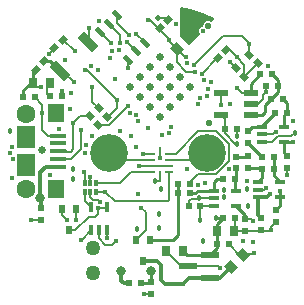
<source format=gbl>
%FSLAX24Y24*%
%MOIN*%
G70*
G01*
G75*
G04 Layer_Physical_Order=6*
G04 Layer_Color=16711680*
G04:AMPARAMS|DCode=10|XSize=23.6mil|YSize=43.3mil|CornerRadius=0mil|HoleSize=0mil|Usage=FLASHONLY|Rotation=225.000|XOffset=0mil|YOffset=0mil|HoleType=Round|Shape=Rectangle|*
%AMROTATEDRECTD10*
4,1,4,-0.0070,0.0237,0.0237,-0.0070,0.0070,-0.0237,-0.0237,0.0070,-0.0070,0.0237,0.0*
%
%ADD10ROTATEDRECTD10*%

G04:AMPARAMS|DCode=11|XSize=55.1mil|YSize=45.3mil|CornerRadius=0mil|HoleSize=0mil|Usage=FLASHONLY|Rotation=135.000|XOffset=0mil|YOffset=0mil|HoleType=Round|Shape=Rectangle|*
%AMROTATEDRECTD11*
4,1,4,0.0355,-0.0035,0.0035,-0.0355,-0.0355,0.0035,-0.0035,0.0355,0.0355,-0.0035,0.0*
%
%ADD11ROTATEDRECTD11*%

%ADD12R,0.0236X0.0197*%
%ADD13R,0.0197X0.0236*%
%ADD14R,0.0276X0.0354*%
G04:AMPARAMS|DCode=15|XSize=19.7mil|YSize=23.6mil|CornerRadius=0mil|HoleSize=0mil|Usage=FLASHONLY|Rotation=315.000|XOffset=0mil|YOffset=0mil|HoleType=Round|Shape=Rectangle|*
%AMROTATEDRECTD15*
4,1,4,-0.0153,-0.0014,0.0014,0.0153,0.0153,0.0014,-0.0014,-0.0153,-0.0153,-0.0014,0.0*
%
%ADD15ROTATEDRECTD15*%

G04:AMPARAMS|DCode=16|XSize=22mil|YSize=25.5mil|CornerRadius=0mil|HoleSize=0mil|Usage=FLASHONLY|Rotation=225.000|XOffset=0mil|YOffset=0mil|HoleType=Round|Shape=Rectangle|*
%AMROTATEDRECTD16*
4,1,4,-0.0012,0.0168,0.0168,-0.0012,0.0012,-0.0168,-0.0168,0.0012,-0.0012,0.0168,0.0*
%
%ADD16ROTATEDRECTD16*%

G04:AMPARAMS|DCode=17|XSize=19.7mil|YSize=23.6mil|CornerRadius=0mil|HoleSize=0mil|Usage=FLASHONLY|Rotation=45.000|XOffset=0mil|YOffset=0mil|HoleType=Round|Shape=Rectangle|*
%AMROTATEDRECTD17*
4,1,4,0.0014,-0.0153,-0.0153,0.0014,-0.0014,0.0153,0.0153,-0.0014,0.0014,-0.0153,0.0*
%
%ADD17ROTATEDRECTD17*%

G04:AMPARAMS|DCode=18|XSize=9.8mil|YSize=31.5mil|CornerRadius=0mil|HoleSize=0mil|Usage=FLASHONLY|Rotation=135.000|XOffset=0mil|YOffset=0mil|HoleType=Round|Shape=Round|*
%AMOVALD18*
21,1,0.0217,0.0098,0.0000,0.0000,225.0*
1,1,0.0098,0.0077,0.0077*
1,1,0.0098,-0.0077,-0.0077*
%
%ADD18OVALD18*%

G04:AMPARAMS|DCode=19|XSize=9.8mil|YSize=31.5mil|CornerRadius=0mil|HoleSize=0mil|Usage=FLASHONLY|Rotation=45.000|XOffset=0mil|YOffset=0mil|HoleType=Round|Shape=Round|*
%AMOVALD19*
21,1,0.0217,0.0098,0.0000,0.0000,135.0*
1,1,0.0098,0.0077,-0.0077*
1,1,0.0098,-0.0077,0.0077*
%
%ADD19OVALD19*%

G04:AMPARAMS|DCode=20|XSize=185mil|YSize=212.6mil|CornerRadius=0mil|HoleSize=0mil|Usage=FLASHONLY|Rotation=45.000|XOffset=0mil|YOffset=0mil|HoleType=Round|Shape=Rectangle|*
%AMROTATEDRECTD20*
4,1,4,0.0097,-0.1406,-0.1406,0.0097,-0.0097,0.1406,0.1406,-0.0097,0.0097,-0.1406,0.0*
%
%ADD20ROTATEDRECTD20*%

%ADD21R,0.0394X0.0217*%
%ADD22R,0.0315X0.0354*%
%ADD23R,0.0512X0.0217*%
%ADD24R,0.0276X0.0591*%
%ADD25R,0.0394X0.0315*%
%ADD26R,0.0136X0.0201*%
%ADD27R,0.0201X0.0136*%
G04:AMPARAMS|DCode=28|XSize=13.8mil|YSize=39.4mil|CornerRadius=0mil|HoleSize=0mil|Usage=FLASHONLY|Rotation=45.000|XOffset=0mil|YOffset=0mil|HoleType=Round|Shape=Rectangle|*
%AMROTATEDRECTD28*
4,1,4,0.0090,-0.0188,-0.0188,0.0090,-0.0090,0.0188,0.0188,-0.0090,0.0090,-0.0188,0.0*
%
%ADD28ROTATEDRECTD28*%

%ADD29O,0.0256X0.0098*%
%ADD30O,0.0098X0.0256*%
%ADD31R,0.0709X0.0709*%
%ADD32O,0.0866X0.0236*%
%ADD33R,0.1024X0.0591*%
%ADD34R,0.0157X0.0157*%
%ADD35C,0.0120*%
%ADD36C,0.0080*%
%ADD37C,0.0060*%
%ADD38C,0.0100*%
%ADD39C,0.1260*%
%ADD40C,0.0630*%
%ADD41C,0.0160*%
%ADD42C,0.0500*%
%ADD43C,0.0180*%
%ADD44C,0.0320*%
%ADD45C,0.0200*%
%ADD46C,0.0260*%
%ADD47C,0.0220*%
%ADD48R,0.0335X0.0157*%
%ADD49R,0.0157X0.0335*%
G04:AMPARAMS|DCode=50|XSize=35.4mil|YSize=31.5mil|CornerRadius=0mil|HoleSize=0mil|Usage=FLASHONLY|Rotation=135.000|XOffset=0mil|YOffset=0mil|HoleType=Round|Shape=Rectangle|*
%AMROTATEDRECTD50*
4,1,4,0.0237,-0.0014,0.0014,-0.0237,-0.0237,0.0014,-0.0014,0.0237,0.0237,-0.0014,0.0*
%
%ADD50ROTATEDRECTD50*%

%ADD51R,0.0220X0.0255*%
%ADD52O,0.0276X0.0098*%
%ADD53O,0.0098X0.0276*%
%ADD54R,0.0118X0.0193*%
%ADD55R,0.0118X0.0209*%
%ADD56R,0.0591X0.0236*%
G04:AMPARAMS|DCode=57|XSize=31.5mil|YSize=66.9mil|CornerRadius=0mil|HoleSize=0mil|Usage=FLASHONLY|Rotation=225.000|XOffset=0mil|YOffset=0mil|HoleType=Round|Shape=Rectangle|*
%AMROTATEDRECTD57*
4,1,4,-0.0125,0.0348,0.0348,-0.0125,0.0125,-0.0348,-0.0348,0.0125,-0.0125,0.0348,0.0*
%
%ADD57ROTATEDRECTD57*%

%ADD58R,0.0551X0.0630*%
%ADD59R,0.0630X0.0748*%
%ADD60R,0.0532X0.0157*%
G04:AMPARAMS|DCode=61|XSize=15.4mil|YSize=36.2mil|CornerRadius=0mil|HoleSize=0mil|Usage=FLASHONLY|Rotation=45.000|XOffset=0mil|YOffset=0mil|HoleType=Round|Shape=Rectangle|*
%AMROTATEDRECTD61*
4,1,4,0.0074,-0.0182,-0.0182,0.0074,-0.0074,0.0182,0.0182,-0.0074,0.0074,-0.0182,0.0*
%
%ADD61ROTATEDRECTD61*%

G36*
X6268Y9733D02*
X6676Y9604D01*
X7057Y9446D01*
X7067Y9397D01*
X6973Y9303D01*
X6932Y9331D01*
X6870Y9343D01*
X6808Y9331D01*
X6755Y9295D01*
X6719Y9242D01*
X6707Y9180D01*
X6707Y9180D01*
X6707Y9180D01*
X6690Y9143D01*
X6639Y9132D01*
X6596Y9104D01*
X6568Y9061D01*
X6557Y9010D01*
X6568Y8959D01*
X6592Y8922D01*
X6220Y8550D01*
X5920Y8850D01*
Y9197D01*
X5922Y9201D01*
X5933Y9252D01*
X5922Y9302D01*
X5920Y9306D01*
Y9770D01*
X5959Y9801D01*
X6268Y9733D01*
D02*
G37*
D12*
X7757Y2770D02*
D03*
X7363D02*
D03*
X6247Y3590D02*
D03*
X5853D02*
D03*
X8663Y4810D02*
D03*
X9057D02*
D03*
X1583Y6830D02*
D03*
X1977D02*
D03*
X703Y6790D02*
D03*
X1097D02*
D03*
X7744Y4080D02*
D03*
X7350D02*
D03*
X6607Y3160D02*
D03*
X6213D02*
D03*
X9047Y4390D02*
D03*
X8653D02*
D03*
X9477Y6280D02*
D03*
X9083D02*
D03*
X7153Y1890D02*
D03*
X7547D02*
D03*
X6247Y3920D02*
D03*
X5853D02*
D03*
X4223Y600D02*
D03*
X4617D02*
D03*
X8953Y6730D02*
D03*
X9347D02*
D03*
X7423Y5730D02*
D03*
X7817D02*
D03*
X8997Y7560D02*
D03*
X8603D02*
D03*
X9187Y7180D02*
D03*
X8793D02*
D03*
D13*
X1300Y3097D02*
D03*
Y2703D02*
D03*
X8200Y5677D02*
D03*
Y5283D02*
D03*
X8090Y2747D02*
D03*
Y2353D02*
D03*
X8640Y2757D02*
D03*
Y2363D02*
D03*
X9110Y3037D02*
D03*
Y2643D02*
D03*
X9490Y4837D02*
D03*
Y4443D02*
D03*
X7790Y4817D02*
D03*
Y4423D02*
D03*
X8190Y4433D02*
D03*
Y4827D02*
D03*
X4960Y627D02*
D03*
Y233D02*
D03*
D14*
X1605Y7270D02*
D03*
X1015D02*
D03*
D15*
X5529Y9369D02*
D03*
X5251Y9091D02*
D03*
X2019Y8719D02*
D03*
X1741Y8441D02*
D03*
X7460Y8373D02*
D03*
X7182Y8094D02*
D03*
X1389Y7999D02*
D03*
X1111Y7721D02*
D03*
D17*
X8240Y8206D02*
D03*
X8518Y7927D02*
D03*
X7794Y7760D02*
D03*
X8073Y7482D02*
D03*
X2911Y6159D02*
D03*
X3189Y5881D02*
D03*
X3211Y6429D02*
D03*
X3489Y6151D02*
D03*
D22*
X5464Y1670D02*
D03*
X6016D02*
D03*
X7726Y2330D02*
D03*
X7174D02*
D03*
D23*
X7308Y6944D02*
D03*
Y6196D02*
D03*
X8292D02*
D03*
Y6570D02*
D03*
Y6944D02*
D03*
D35*
X5420Y580D02*
X6020D01*
X5300Y700D02*
X5420Y580D01*
X5300Y700D02*
Y1200D01*
X5163Y1337D02*
X5300Y1200D01*
X4690Y1337D02*
X5163D01*
X6020Y580D02*
X6226Y786D01*
X6924D01*
X7266D02*
X7625Y1145D01*
X6924Y786D02*
X7266D01*
X8814Y3464D02*
X8930Y3580D01*
X8516Y3464D02*
X8814D01*
X8516Y2881D02*
X8640Y2757D01*
X8516Y2881D02*
Y3464D01*
X4050Y600D02*
X4223D01*
X3970Y680D02*
X4050Y600D01*
X3970Y680D02*
Y1000D01*
X1300Y3097D02*
Y3400D01*
X1270Y3430D02*
Y4290D01*
X1468Y4488D01*
X1853D01*
X8200Y5273D02*
X8663Y4810D01*
X8200Y5273D02*
Y5283D01*
D36*
X1550Y8250D02*
X1741Y8441D01*
X7770Y5250D02*
X7820D01*
X7423Y5597D02*
X7770Y5250D01*
X7200Y1160D02*
X7250Y1110D01*
X6176Y1160D02*
X7200D01*
X4723Y233D02*
X4960D01*
X9640Y5490D02*
X9750Y5600D01*
X9180Y5490D02*
X9640D01*
X8994Y5304D02*
X9180Y5490D01*
X8656Y5304D02*
X8994D01*
X2620Y2050D02*
X2648D01*
X2974Y2376D01*
X8385Y1585D02*
X8390Y1590D01*
X8105Y1585D02*
X8385D01*
X3090Y2810D02*
X3200Y2920D01*
Y3100D01*
X3462D01*
X3472Y3110D01*
X8630Y2353D02*
X8943D01*
X6607Y2703D02*
Y3127D01*
X6654Y3174D02*
X7056D01*
X6607Y3127D02*
X6654Y3174D01*
X7423Y5597D02*
Y5730D01*
Y6081D01*
X7308Y6196D02*
X7423Y6081D01*
X5575Y3385D02*
Y4315D01*
X3750Y3340D02*
X5530D01*
X5575Y3385D01*
Y4708D02*
X6592D01*
X6834Y4950D01*
X5974Y1160D02*
X6176D01*
X5464Y1670D02*
X5974Y1160D01*
X960Y2700D02*
X1297D01*
X5207Y9427D02*
X5472D01*
X5529Y9369D01*
X7547Y1890D02*
X7940Y1497D01*
X8021D01*
X7726Y2330D02*
X8067D01*
X8090Y2353D01*
X8630D01*
X8640Y2363D01*
X8950Y2360D02*
Y2483D01*
X9110Y2643D01*
X8292Y6570D02*
X8302Y6560D01*
X8073Y7482D02*
X8073D01*
X8302Y6560D02*
X8510D01*
X8073Y7482D02*
Y7887D01*
X7810Y8150D02*
X8073Y7887D01*
X8073Y7482D02*
X8518Y7927D01*
X7460Y8373D02*
X7587D01*
X7810Y8150D01*
X8516Y3720D02*
X8730D01*
X8780Y3770D01*
X8656Y5560D02*
X9020D01*
X9110Y5650D01*
X9490Y4210D02*
Y4443D01*
X8510Y6560D02*
X8690Y6740D01*
Y6860D01*
X8793Y6963D02*
Y7180D01*
X2437Y2357D02*
X2890Y2810D01*
X3090D01*
X2230Y2357D02*
X2437D01*
X3440Y3650D02*
X3750Y3340D01*
X5815Y7965D02*
Y8415D01*
Y7965D02*
X6136Y7644D01*
X6440D01*
X5550Y8703D02*
Y8752D01*
Y8680D02*
Y8703D01*
X6080Y8150D02*
X6111D01*
X5815Y8415D02*
X6080Y8150D01*
X5550Y8680D02*
X5815Y8415D01*
X5331Y8971D02*
X5550Y8752D01*
X4942Y9360D02*
X5331Y8971D01*
X4850Y9360D02*
X4942D01*
X4550Y4520D02*
X4937D01*
X1985Y2875D02*
X2170Y2690D01*
X1985Y2875D02*
Y3063D01*
X3137Y3650D02*
X3440D01*
X2743Y3938D02*
Y4317D01*
X2740Y4320D02*
X2743Y4317D01*
X2370Y5950D02*
X2579Y6159D01*
X2911D01*
X3808Y4708D02*
X4945D01*
X3566Y4950D02*
X3808Y4708D01*
X4945Y4512D02*
X5575D01*
X4294Y4315D02*
X4945D01*
X3137Y3938D02*
X3917D01*
X4294Y4315D01*
X2743Y3355D02*
Y3642D01*
Y3355D02*
X2974Y3124D01*
X2940Y3938D02*
Y4140D01*
X2620Y5060D02*
Y5690D01*
X2304Y4744D02*
X2620Y5060D01*
X2370Y5065D02*
Y5950D01*
X2293Y4987D02*
X2370Y5065D01*
X2173Y4987D02*
X2293D01*
X2160Y5000D02*
X2173Y4987D01*
X1853Y5000D02*
X2160D01*
X1853Y4744D02*
X2304D01*
D37*
X3640Y8590D02*
Y8603D01*
X3272Y8971D02*
X3640Y8603D01*
X1927Y7677D02*
X2005D01*
X2382Y7300D01*
X1135Y7150D02*
X1300D01*
X2041Y8719D02*
X2410Y8350D01*
X3230Y2090D02*
X3435Y1885D01*
X3655D02*
X3780Y2010D01*
X3435Y1885D02*
X3655D01*
X3230Y2090D02*
Y2376D01*
X7726Y2330D02*
X7757Y2361D01*
Y2770D01*
X3486Y2094D02*
Y2376D01*
X4640Y3120D02*
X4780Y2980D01*
Y2378D02*
Y2980D01*
X4445Y2043D02*
X4780Y2378D01*
X6542Y3412D02*
X6560Y3430D01*
X6282Y3412D02*
X6542D01*
X6213Y3343D02*
X6282Y3412D01*
X6213Y3160D02*
Y3343D01*
X6560Y3430D02*
X7056D01*
X5785Y4905D02*
X6540Y5660D01*
X6247Y3920D02*
Y3967D01*
X6520Y4240D01*
X7128D01*
X7544Y4656D01*
Y5244D01*
X7128Y5660D02*
X7544Y5244D01*
X6540Y5660D02*
X7128D01*
X5575Y4905D02*
X5785D01*
X7817Y5503D02*
Y5730D01*
X5080Y4010D02*
X5250D01*
X5260Y4020D01*
Y4216D01*
X3020Y3380D02*
X3190D01*
X2940Y3460D02*
X3020Y3380D01*
X3190D02*
X3250Y3320D01*
X1340Y5700D02*
Y6270D01*
Y5700D02*
X1528Y5512D01*
X2940Y3460D02*
Y3642D01*
X1528Y5512D02*
X1853D01*
X4695Y4905D02*
X4945D01*
X1340Y6270D02*
Y6547D01*
X1097Y6790D02*
X1340Y6547D01*
X3000Y6640D02*
Y7140D01*
Y6640D02*
X3211Y6429D01*
X4180Y7780D02*
X4191Y7791D01*
Y8052D01*
X8690Y6860D02*
X8793Y6963D01*
X8283Y2747D02*
X8360Y2670D01*
X8090Y2747D02*
X8283D01*
X2890Y8580D02*
Y9120D01*
X7308Y6538D02*
Y6944D01*
X1977Y6830D02*
Y7017D01*
X7830Y7090D02*
X7976Y6944D01*
X8292D01*
X5260Y4780D02*
Y5004D01*
X2475Y2705D02*
Y3063D01*
X2470Y2710D02*
X2475Y2705D01*
X3189Y5881D02*
X3551D01*
X4178Y6508D01*
X1505Y6908D02*
X1583Y6830D01*
X1505Y6908D02*
Y7240D01*
X2836Y7710D02*
X3836Y6710D01*
X2750Y7710D02*
X2836D01*
X7590Y7965D02*
X7794Y7760D01*
X7794D01*
X6654Y7580D02*
X7169Y8094D01*
X7182D01*
X6380Y7862D02*
X7358Y8840D01*
X3836Y6444D02*
Y6710D01*
X3501Y6109D02*
X3836Y6444D01*
X4454Y8920D02*
X4748Y8627D01*
X4170Y8648D02*
X4469Y8348D01*
X3829Y9267D02*
X4230Y8866D01*
X3829Y9267D02*
Y9528D01*
X3929Y8610D02*
Y8871D01*
X3551Y9249D02*
X3929Y8871D01*
X7358Y8840D02*
X7980D01*
X8055Y8765D01*
X8230Y8590D01*
Y8560D02*
Y8590D01*
Y8215D02*
Y8560D01*
D38*
X1015Y7270D02*
Y7625D01*
X1111Y7721D01*
X7110Y2770D02*
X7363D01*
X7174Y2581D02*
X7363Y2770D01*
X7174Y2330D02*
Y2581D01*
X4620Y603D02*
X4970D01*
X4617Y600D02*
X4620D01*
X4970Y603D02*
Y1000D01*
X6247Y3590D02*
X6430D01*
X6526Y3686D01*
X7056D01*
X7153Y4080D02*
X7350D01*
X7056Y3983D02*
X7153Y4080D01*
X7056Y3686D02*
Y3983D01*
X7744Y3746D02*
Y4080D01*
X7790Y4126D02*
Y4423D01*
X7744Y4080D02*
X7790Y4126D01*
X5683Y2043D02*
X5843Y2203D01*
Y3410D01*
Y3910D01*
X1389Y7999D02*
X1604D01*
X1927Y7677D01*
X703Y7028D02*
X915Y7240D01*
X703Y6790D02*
Y7028D01*
X6016Y1670D02*
X6152Y1534D01*
X6924D01*
X8090Y2747D02*
Y2888D01*
X7804Y3174D02*
X8090Y2888D01*
X7790Y4817D02*
X8180D01*
X8190Y4827D01*
Y4433D02*
X8610D01*
X8653Y4390D01*
X8516Y3976D02*
X8653Y4113D01*
Y4390D01*
X8339Y5816D02*
X8656D01*
X8200Y5677D02*
X8339Y5816D01*
X9047Y4390D02*
X9057Y4400D01*
Y4810D01*
X9047Y4193D02*
X9264Y3976D01*
X9047Y4193D02*
Y4390D01*
X9264Y3191D02*
Y3464D01*
X9110Y3037D02*
X9264Y3191D01*
X9404Y5816D02*
Y6207D01*
X9477Y6280D01*
Y6600D01*
X9347Y6730D02*
X9477Y6600D01*
X8656Y5853D02*
X9083Y6280D01*
X8656Y5816D02*
Y5853D01*
X8953Y6730D02*
X9187Y6964D01*
Y7180D01*
Y7370D01*
X8997Y7560D02*
X9187Y7370D01*
X8292Y7249D02*
X8603Y7560D01*
X8292Y6944D02*
Y7249D01*
X8750Y6527D02*
X8953Y6730D01*
X8750Y6300D02*
Y6527D01*
X8646Y6196D02*
X8750Y6300D01*
X8292Y6196D02*
X8646D01*
X9404Y4923D02*
Y5304D01*
Y4923D02*
X9490Y4837D01*
X9264Y3464D02*
Y3676D01*
X9404Y5304D02*
X9696D01*
X7153Y1763D02*
Y1890D01*
X6924Y1534D02*
X7153Y1763D01*
X4935Y2043D02*
X5683D01*
X7174Y1911D02*
Y2330D01*
X7153Y1890D02*
X7174Y1911D01*
D39*
X3566Y4950D02*
D03*
X6834D02*
D03*
D40*
X800Y3750D02*
D03*
Y6250D02*
D03*
D41*
X3640Y8590D02*
D03*
X3650Y8328D02*
D03*
X3604Y8100D02*
D03*
X6950Y7319D02*
D03*
X6733Y7380D02*
D03*
X2293Y6940D02*
D03*
X2382Y7300D02*
D03*
X2260Y6420D02*
D03*
X1300Y7150D02*
D03*
X1550Y8250D02*
D03*
X7550Y4390D02*
D03*
X4723Y233D02*
D03*
X6020Y580D02*
D03*
X8930Y3580D02*
D03*
X6813Y6840D02*
D03*
X3780Y2010D02*
D03*
X2620Y2050D02*
D03*
X8390Y1590D02*
D03*
X3486Y2094D02*
D03*
X4450Y5150D02*
D03*
X4640Y3120D02*
D03*
X6160Y4420D02*
D03*
X4860Y5770D02*
D03*
X5616Y5810D02*
D03*
X5320Y5549D02*
D03*
X5550Y5597D02*
D03*
X3200Y3100D02*
D03*
X6510Y3870D02*
D03*
X8170Y4010D02*
D03*
X8360Y1980D02*
D03*
X8040Y1990D02*
D03*
X7250Y1110D02*
D03*
X6750Y3940D02*
D03*
X4510Y3560D02*
D03*
X960Y2700D02*
D03*
X3250Y3320D02*
D03*
X4695Y4905D02*
D03*
X3940Y5670D02*
D03*
X1340Y6270D02*
D03*
X3000Y7140D02*
D03*
X3220Y9330D02*
D03*
X4180Y7780D02*
D03*
X5800Y9252D02*
D03*
X8950Y2360D02*
D03*
X6690Y9010D02*
D03*
X7810Y8150D02*
D03*
X8780Y3770D02*
D03*
X9490Y4210D02*
D03*
X9110Y5650D02*
D03*
X9680Y6000D02*
D03*
X8793Y6963D02*
D03*
X8850Y7850D02*
D03*
X8360Y2670D02*
D03*
X6220Y9560D02*
D03*
X5990Y9050D02*
D03*
X6000Y9710D02*
D03*
X6871Y7060D02*
D03*
X6594Y6780D02*
D03*
X6536Y6560D02*
D03*
X2890Y9120D02*
D03*
X7308Y6538D02*
D03*
X6111Y8150D02*
D03*
X5550Y8703D02*
D03*
X8230Y8560D02*
D03*
X7590Y6560D02*
D03*
X1977Y7017D02*
D03*
X7830Y7090D02*
D03*
X5260Y4780D02*
D03*
X4550Y4520D02*
D03*
X2170Y2690D02*
D03*
X2470Y2710D02*
D03*
X2740Y4320D02*
D03*
X3440Y3650D02*
D03*
X4286Y5490D02*
D03*
X4178Y6508D02*
D03*
X4250Y6289D02*
D03*
X2970Y7830D02*
D03*
X1605Y4215D02*
D03*
X4470Y6220D02*
D03*
X4520Y6002D02*
D03*
X355Y4735D02*
D03*
X3000Y5510D02*
D03*
X2800Y5210D02*
D03*
X2750Y4930D02*
D03*
X3880Y8380D02*
D03*
X3179Y7690D02*
D03*
X3750Y7400D02*
D03*
X248Y4932D02*
D03*
X332Y5128D02*
D03*
X333Y4093D02*
D03*
X2080Y8033D02*
D03*
X2410Y8350D02*
D03*
X2750Y7710D02*
D03*
X1880Y5740D02*
D03*
X7590Y7965D02*
D03*
X6654Y7580D02*
D03*
X6170Y7930D02*
D03*
X6380Y7862D02*
D03*
X4850Y9360D02*
D03*
X3836Y6710D02*
D03*
X2940Y4140D02*
D03*
X2370Y5950D02*
D03*
X2620Y5690D02*
D03*
X6440Y7644D02*
D03*
X9264Y3676D02*
D03*
X9696Y5304D02*
D03*
X4454Y8920D02*
D03*
X4170Y8648D02*
D03*
X4230Y8866D02*
D03*
X3929Y8610D02*
D03*
D42*
X3040Y1770D02*
D03*
Y950D02*
D03*
D43*
X270Y5670D02*
D03*
X7820Y5250D02*
D03*
X9750Y5600D02*
D03*
X7110Y2770D02*
D03*
X8206Y3156D02*
D03*
X8163Y3747D02*
D03*
X7400Y3460D02*
D03*
X7390Y3700D02*
D03*
X2360Y4400D02*
D03*
X2370Y4080D02*
D03*
X6607Y2703D02*
D03*
X6560Y3430D02*
D03*
X6690Y2010D02*
D03*
X4500Y2410D02*
D03*
X7817Y5503D02*
D03*
X5230Y2430D02*
D03*
Y2910D02*
D03*
X5300Y3750D02*
D03*
X5080Y4010D02*
D03*
D44*
X4970Y1000D02*
D03*
X3970D02*
D03*
X1270Y3430D02*
D03*
D45*
X5207Y9427D02*
D03*
D46*
X4248Y7150D02*
D03*
X4582Y7484D02*
D03*
X4916Y7818D02*
D03*
X5250Y8152D02*
D03*
X4582Y6816D02*
D03*
X4916Y7150D02*
D03*
X5250Y7484D02*
D03*
X5584Y7818D02*
D03*
X4916Y6482D02*
D03*
X5250Y6816D02*
D03*
X5918Y7484D02*
D03*
X5250Y6148D02*
D03*
X5584Y6482D02*
D03*
X5918Y6816D02*
D03*
X6252Y7150D02*
D03*
X1310Y5030D02*
D03*
X5584Y7150D02*
D03*
D47*
X6902Y5942D02*
D03*
X6870Y9180D02*
D03*
D48*
X9404Y5304D02*
D03*
Y5816D02*
D03*
X8656D02*
D03*
Y5560D02*
D03*
Y5304D02*
D03*
X9264Y3464D02*
D03*
Y3976D02*
D03*
X8516D02*
D03*
Y3720D02*
D03*
Y3464D02*
D03*
X7804Y3174D02*
D03*
Y3686D02*
D03*
X7056D02*
D03*
Y3430D02*
D03*
Y3174D02*
D03*
D49*
X3486Y3124D02*
D03*
X2974D02*
D03*
Y2376D02*
D03*
X3230D02*
D03*
X3486D02*
D03*
D50*
X5815Y8415D02*
D03*
X6205Y8805D02*
D03*
X8015Y1535D02*
D03*
X7625Y1145D02*
D03*
D51*
X2230Y2357D02*
D03*
X2475Y3063D02*
D03*
X1985D02*
D03*
X4445Y2043D02*
D03*
X4935D02*
D03*
X4690Y1337D02*
D03*
D52*
X4945Y4315D02*
D03*
Y4512D02*
D03*
Y4708D02*
D03*
Y4905D02*
D03*
X5575D02*
D03*
Y4708D02*
D03*
Y4512D02*
D03*
Y4315D02*
D03*
D53*
X5260Y5004D02*
D03*
Y4216D02*
D03*
D54*
X3137Y3938D02*
D03*
X2940D02*
D03*
X2743D02*
D03*
Y3642D02*
D03*
X2940D02*
D03*
D55*
X3137Y3650D02*
D03*
D56*
X6924Y1534D02*
D03*
Y786D02*
D03*
X6176Y1160D02*
D03*
D57*
X1927Y7677D02*
D03*
X2873Y8623D02*
D03*
D58*
X1784Y3740D02*
D03*
Y6260D02*
D03*
D59*
X800Y4528D02*
D03*
Y5472D02*
D03*
D60*
X1853Y5000D02*
D03*
Y5256D02*
D03*
Y5512D02*
D03*
Y4744D02*
D03*
Y4488D02*
D03*
D61*
X3829Y9528D02*
D03*
X3551Y9249D02*
D03*
X3272Y8971D02*
D03*
X4748Y8609D02*
D03*
X4469Y8331D02*
D03*
X4191Y8052D02*
D03*
M02*

</source>
